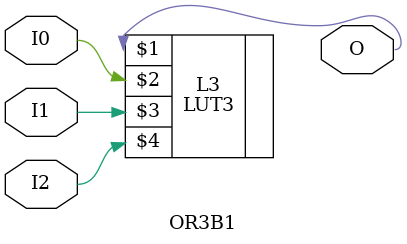
<source format=v>


`timescale  1 ps / 1 ps


module OR3B1 (O, I0, I1, I2);

    output O;

    input  I0, I1, I2;

    LUT3 #(.INIT(8'hFD)) L3 (O, I0, I1, I2);

endmodule

</source>
